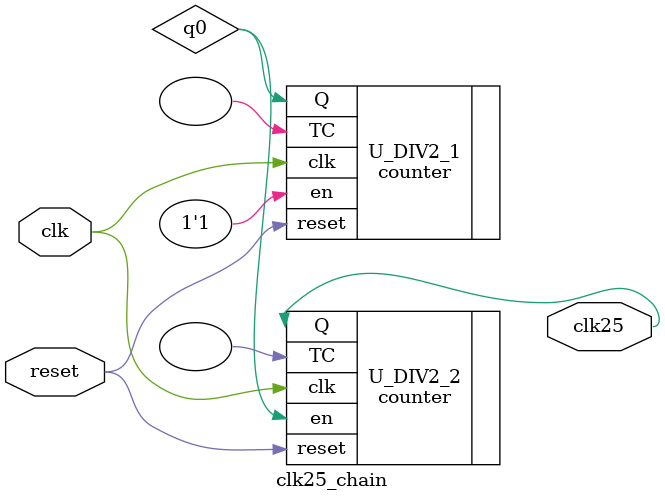
<source format=v>
module clk25_chain (
    input  wire clk,
    input  wire reset,
    output wire clk25
);
    wire q0;

    counter #(
        .MaxCount  (1),
        .DataWidth (1)
    ) U_DIV2_1 (
        .clk   (clk),
        .reset (reset),
        .en    (1'b1),
        .Q     (q0),
        .TC    ()
    );

    counter #(
        .MaxCount  (1),
        .DataWidth (1)
    ) U_DIV2_2 (
        .clk   (clk),
        .reset (reset),
        .en    (q0),
        .Q     (clk25),
        .TC    ()
    );

endmodule

</source>
